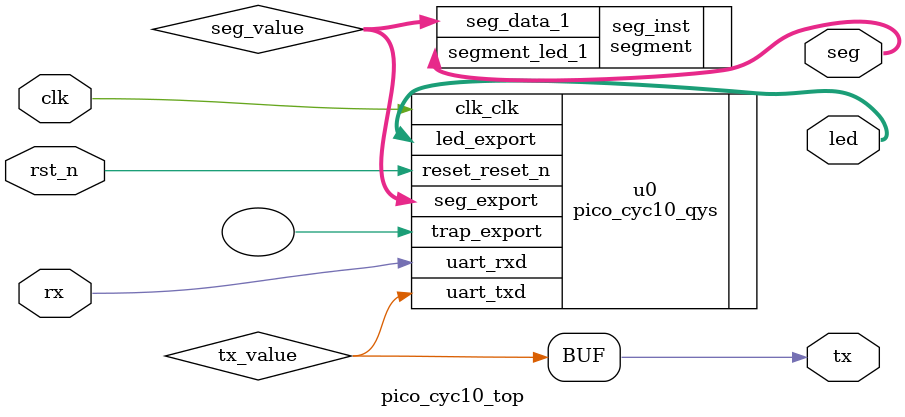
<source format=v>
	module pico_cyc10_top(
	input clk,
	input rst_n,
	
	input rx,
	output tx,

	output [7:0] led,
	output [11:0] seg
);

	wire [3:0] seg_value;
	wire tx_value;
	
	assign tx = tx_value;
	
		pico_cyc10_qys u0 (
		.clk_clk       (clk),       //   clk.clk
		.reset_reset_n (rst_n), // reset.reset_n
		.uart_rxd      (rx),      //  uart.rxd
		.uart_txd      (tx_value),      //      .txd
		.led_export    (led),    //   led.export
		.seg_export    (seg_value),    //   seg.export
		.trap_export   ()    //  trap.export
	);



	segment seg_inst(
		.seg_data_1(seg_value),
		.segment_led_1(seg)
	);
	
endmodule

</source>
